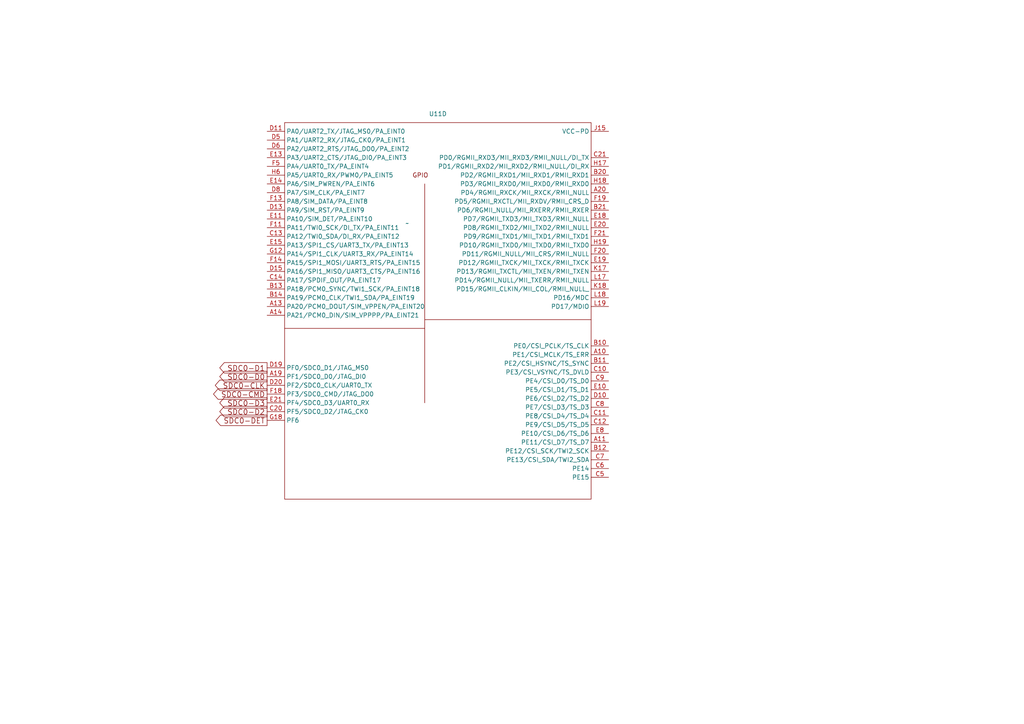
<source format=kicad_sch>
(kicad_sch (version 20230121) (generator eeschema)
  (paper "A4")
  (lib_symbols
    (symbol "WiRoc:AllwinnerH3"
      (property "Reference" "U" (at 27.94 19.05 0))
      (symbol "AllwinnerH3_1_1"
        (rectangle (start -8.89 38.1) (end 11.43 -93.98))
        (text "DRAM" (at 1.27 35.56 0) (effects (font (size 1.27 1.27))))
        (pin bidirectional line (at -13.97 -27.94 0) (length 5.08) (name "SDQ25") (number "AA11"))
        (pin bidirectional line (at -13.97 -76.2 0) (length 5.08) (name "SDQM3") (number "AA12"))
        (pin bidirectional line (at -13.97 -17.78 0) (length 5.08) (name "SDQ21") (number "AA14"))
        (pin bidirectional line (at -13.97 -57.15 0) (length 5.08) (name "SDQS2") (number "AA15"))
        (pin bidirectional line (at -13.97 -7.62 0) (length 5.08) (name "SDQ17") (number "AA17"))
        (pin bidirectional line (at -13.97 -73.66 0) (length 5.08) (name "SDQM2") (number "AA18"))
        (pin output line (at 16.51 -53.34 180) (length 5.08) (name "SCK") (number "AA19"))
        (pin output line (at 16.51 -55.88 180) (length 5.08) (name "SCKB") (number "AA20"))
        (pin output line (at 16.51 -30.48 180) (length 5.08) (name "SCKE0") (number "AA21"))
        (pin bidirectional line (at -13.97 -38.1 0) (length 5.08) (name "SDQ29") (number "AA8"))
        (pin bidirectional line (at -13.97 -62.23 0) (length 5.08) (name "SDQS3") (number "AA9"))
        (pin bidirectional line (at -13.97 -71.12 0) (length 5.08) (name "SDQM1") (number "G20"))
        (pin bidirectional line (at -13.97 12.7 0) (length 5.08) (name "SDQ9") (number "H20"))
        (pin bidirectional line (at -13.97 10.16 0) (length 5.08) (name "SDQ10") (number "H21"))
        (pin bidirectional line (at -13.97 15.24 0) (length 5.08) (name "SDQ8") (number "J19"))
        (pin bidirectional line (at -13.97 -54.61 0) (length 5.08) (name "SDQSB1") (number "J20"))
        (pin bidirectional line (at -13.97 7.62 0) (length 5.08) (name "SDQ11") (number "J21"))
        (pin bidirectional line (at -13.97 -52.07 0) (length 5.08) (name "SDQS1") (number "K20"))
        (pin power_in line (at 16.51 -66.04 180) (length 5.08) (name "VCC_DRAM0") (number "L16"))
        (pin bidirectional line (at -13.97 5.08 0) (length 5.08) (name "SDQ12") (number "L20"))
        (pin bidirectional line (at -13.97 2.54 0) (length 5.08) (name "SDQ13") (number "L21"))
        (pin power_in line (at 16.51 -68.58 180) (length 5.08) (name "VCC_DRAM1") (number "M16"))
        (pin bidirectional line (at -13.97 -2.54 0) (length 5.08) (name "SDQ15") (number "M19"))
        (pin bidirectional line (at -13.97 -68.58 0) (length 5.08) (name "SDQM0") (number "M20"))
        (pin bidirectional line (at -13.97 0 0) (length 5.08) (name "SDQ14") (number "M21"))
        (pin power_in line (at 16.51 -71.12 180) (length 5.08) (name "VCC_DRAM2") (number "N16"))
        (pin output line (at 16.51 0 180) (length 5.08) (name "SA14") (number "N17"))
        (pin output line (at 16.51 7.62 180) (length 5.08) (name "SA11") (number "N19"))
        (pin bidirectional line (at -13.97 35.56 0) (length 5.08) (name "SDQ0") (number "N20"))
        (pin power_in line (at 16.51 -73.66 180) (length 5.08) (name "VCC_DRAM3") (number "P16"))
        (pin power_in line (at 16.51 -76.2 180) (length 5.08) (name "VCC_DRAM4") (number "P17"))
        (pin output line (at 16.51 10.16 180) (length 5.08) (name "SA10") (number "P19"))
        (pin bidirectional line (at -13.97 30.48 0) (length 5.08) (name "SDQ2") (number "P20"))
        (pin bidirectional line (at -13.97 33.02 0) (length 5.08) (name "SDQ1") (number "P21"))
        (pin power_in line (at 16.51 -78.74 180) (length 5.08) (name "VCC_DRAM5") (number "R16"))
        (pin output line (at 16.51 -2.54 180) (length 5.08) (name "SA15") (number "R17"))
        (pin output line (at 16.51 5.08 180) (length 5.08) (name "SA12") (number "R18"))
        (pin bidirectional line (at -13.97 25.4 0) (length 5.08) (name "SDQ4") (number "R19"))
        (pin bidirectional line (at -13.97 -46.99 0) (length 5.08) (name "SDQS0") (number "R20"))
        (pin bidirectional line (at -13.97 -49.53 0) (length 5.08) (name "SDQSB0") (number "R21"))
        (pin power_in line (at 16.51 -81.28 180) (length 5.08) (name "VCC_DRAM6") (number "T12"))
        (pin power_in line (at 16.51 -83.82 180) (length 5.08) (name "VCC_DRAM7") (number "T13"))
        (pin power_in line (at 16.51 -86.36 180) (length 5.08) (name "VCC_DRAM8") (number "T14"))
        (pin power_in line (at 16.51 -88.9 180) (length 5.08) (name "VCC_DRAM9") (number "T15"))
        (pin output line (at 16.51 -59.69 180) (length 5.08) (name "SVREF") (number "T16"))
        (pin output line (at 16.51 35.56 180) (length 5.08) (name "SA0") (number "T17"))
        (pin output line (at 16.51 -10.16 180) (length 5.08) (name "SBA1") (number "T18"))
        (pin bidirectional line (at -13.97 22.86 0) (length 5.08) (name "SDQ5") (number "T20"))
        (pin power_in line (at 16.51 -91.44 180) (length 5.08) (name "VCC_DRAM10") (number "U11"))
        (pin output line (at 16.51 -20.32 180) (length 5.08) (name "SCAS") (number "U15"))
        (pin output line (at 16.51 -25.4 180) (length 5.08) (name "SRST") (number "U16"))
        (pin output line (at 16.51 33.02 180) (length 5.08) (name "SA1") (number "U18"))
        (pin bidirectional line (at -13.97 20.32 0) (length 5.08) (name "SDQ6") (number "U19"))
        (pin bidirectional line (at -13.97 17.78 0) (length 5.08) (name "SDQ7") (number "U20"))
        (pin bidirectional line (at -13.97 27.94 0) (length 5.08) (name "SDQ3") (number "U21"))
        (pin bidirectional line (at -13.97 -80.01 0) (length 5.08) (name "SZQ") (number "V10"))
        (pin output line (at 16.51 -48.26 180) (length 5.08) (name "SODT1") (number "V11"))
        (pin output line (at 16.51 2.54 180) (length 5.08) (name "SA13") (number "V12"))
        (pin output line (at 16.51 -17.78 180) (length 5.08) (name "SRAS") (number "V13"))
        (pin output line (at 16.51 17.78 180) (length 5.08) (name "SA7") (number "V15"))
        (pin output line (at 16.51 -12.7 180) (length 5.08) (name "SBA2") (number "V17"))
        (pin output line (at 16.51 30.48 180) (length 5.08) (name "SA2") (number "V19"))
        (pin output line (at 16.51 27.94 180) (length 5.08) (name "SA3") (number "V20"))
        (pin output line (at 16.51 25.4 180) (length 5.08) (name "SA4") (number "V21"))
        (pin output line (at 16.51 -45.72 180) (length 5.08) (name "SODT0") (number "W11"))
        (pin bidirectional line (at -13.97 -25.4 0) (length 5.08) (name "SDQ24") (number "W12"))
        (pin output line (at 16.51 -22.86 180) (length 5.08) (name "SWE") (number "W13"))
        (pin bidirectional line (at -13.97 -12.7 0) (length 5.08) (name "SDQ19") (number "W15"))
        (pin output line (at 16.51 -7.62 180) (length 5.08) (name "SBA0") (number "W17"))
        (pin output line (at 16.51 15.24 180) (length 5.08) (name "SA8") (number "W18"))
        (pin output line (at 16.51 -38.1 180) (length 5.08) (name "SCS0") (number "W20"))
        (pin output line (at 16.51 -40.64 180) (length 5.08) (name "SCS1") (number "W21"))
        (pin bidirectional line (at -13.97 -35.56 0) (length 5.08) (name "SDQ28") (number "W9"))
        (pin bidirectional line (at -13.97 -33.02 0) (length 5.08) (name "SDQ27") (number "Y10"))
        (pin bidirectional line (at -13.97 -30.48 0) (length 5.08) (name "SDQ26") (number "Y11"))
        (pin bidirectional line (at -13.97 -22.86 0) (length 5.08) (name "SDQ23") (number "Y12"))
        (pin bidirectional line (at -13.97 -20.32 0) (length 5.08) (name "SDQ22") (number "Y13"))
        (pin bidirectional line (at -13.97 -15.24 0) (length 5.08) (name "SDQ20") (number "Y14"))
        (pin bidirectional line (at -13.97 -59.69 0) (length 5.08) (name "SDQSB2") (number "Y15"))
        (pin bidirectional line (at -13.97 -10.16 0) (length 5.08) (name "SDQ18") (number "Y16"))
        (pin bidirectional line (at -13.97 -5.08 0) (length 5.08) (name "SDQ16") (number "Y17"))
        (pin output line (at 16.51 12.7 180) (length 5.08) (name "SA9") (number "Y18"))
        (pin output line (at 16.51 22.86 180) (length 5.08) (name "SA5") (number "Y19"))
        (pin output line (at 16.51 20.32 180) (length 5.08) (name "SA6") (number "Y20"))
        (pin output line (at 16.51 -33.02 180) (length 5.08) (name "SCKE1") (number "Y21"))
        (pin bidirectional line (at -13.97 -43.18 0) (length 5.08) (name "SDQ31") (number "Y7"))
        (pin bidirectional line (at -13.97 -40.64 0) (length 5.08) (name "SDQ30") (number "Y8"))
        (pin bidirectional line (at -13.97 -64.77 0) (length 5.08) (name "SDQSB3") (number "Y9"))
      )
      (symbol "AllwinnerH3_2_1"
        (rectangle (start -22.86 26.67) (end 6.35 -24.13))
        (text "NAND" (at -17.78 24.13 0) (effects (font (size 1.27 1.27))))
        (pin bidirectional line (at 11.43 2.54 180) (length 5.08) (name "PC7/NAND_RB1") (number "A16"))
        (pin bidirectional line (at 11.43 7.62 180) (length 5.08) (name "PC5/NAND_RE/SDC2_CLK") (number "A17"))
        (pin bidirectional line (at 11.43 12.7 180) (length 5.08) (name "PC3/NAND_CE1/SPI0_CS") (number "B15"))
        (pin bidirectional line (at 11.43 15.24 180) (length 5.08) (name "PC2/NAND_CLE/SPI0_CLK") (number "B16"))
        (pin bidirectional line (at 11.43 -10.16 180) (length 5.08) (name "PC12/NAND_DQ4/SDC2_D4") (number "B17"))
        (pin bidirectional line (at 11.43 0 180) (length 5.08) (name "PC8/NAND_DQ0/SDC2_D0") (number "B18"))
        (pin bidirectional line (at 11.43 -12.7 180) (length 5.08) (name "PC13/NAND_DQ5/SDC2_D5") (number "B19"))
        (pin bidirectional line (at 11.43 20.32 180) (length 5.08) (name "PC0/NAND_WE/SPI0_MOSI") (number "C15"))
        (pin bidirectional line (at 11.43 17.78 180) (length 5.08) (name "PC1/NAND_ALE/SPI0_MISO") (number "C16"))
        (pin bidirectional line (at 11.43 -2.54 180) (length 5.08) (name "PC9/NAND_DQ1/SDC2_D1") (number "C17"))
        (pin bidirectional line (at 11.43 -7.62 180) (length 5.08) (name "PC11/NAND_DQ3/SDC2_D3") (number "C18"))
        (pin bidirectional line (at 11.43 -17.78 180) (length 5.08) (name "PC15/NAND_DQ7/SDC2_D7") (number "C19"))
        (pin bidirectional line (at 11.43 -5.08 180) (length 5.08) (name "PC10/NAND_DQ2/SDC2_D2") (number "D17"))
        (pin bidirectional line (at 11.43 5.08 180) (length 5.08) (name "PC6/NAND_RB0/SDC2_CMD") (number "E16"))
        (pin bidirectional line (at 11.43 10.16 180) (length 5.08) (name "PC4/NAND_CE0") (number "F16"))
        (pin bidirectional line (at 11.43 -15.24 180) (length 5.08) (name "PC14/NAND_DQ6/SDC2_D6") (number "F17"))
        (pin bidirectional line (at 11.43 -20.32 180) (length 5.08) (name "PC16/NAND_DQS/SDC2_RST") (number "H16"))
      )
      (symbol "AllwinnerH3_3_1"
        (rectangle (start -21.59 27.94) (end 7.62 -17.78))
        (text "SDC1\n" (at -17.78 25.4 0) (effects (font (size 1.27 1.27))))
        (pin bidirectional line (at 12.7 -13.97 180) (length 5.08) (name "PG0/SDC1_CLK/PG_EINT0") (number "B1"))
        (pin bidirectional line (at 12.7 6.35 180) (length 5.08) (name "PG5/SDC1_D3/PG_EINT5") (number "C1"))
        (pin bidirectional line (at 12.7 8.89 180) (length 5.08) (name "PG4/SDC1_D2/PG_EINT4") (number "C2"))
        (pin bidirectional line (at 12.7 -1.27 180) (length 5.08) (name "PG8/UART1_RTS/PG_EINT8") (number "C3"))
        (pin bidirectional line (at 12.7 -11.43 180) (length 5.08) (name "PG12/PCM1_DOUTPG_EINT12") (number "D1"))
        (pin bidirectional line (at 12.7 -8.89 180) (length 5.08) (name "PG11/PCM1_CLK/PG_EINT11") (number "D2"))
        (pin bidirectional line (at 12.7 1.27 180) (length 5.08) (name "PG7/UART1_RX/PG_EINT7") (number "D3"))
        (pin bidirectional line (at 12.7 -3.81 180) (length 5.08) (name "PG9/UART1_CTS/PG_EINT9") (number "E3"))
        (pin bidirectional line (at 12.7 11.43 180) (length 5.08) (name "PG3/SDC1_D1/PG_EINT3") (number "F3"))
        (pin bidirectional line (at 12.7 3.81 180) (length 5.08) (name "PG6/UART1_TX/PG_EINT6") (number "G4"))
        (pin bidirectional line (at 12.7 13.97 180) (length 5.08) (name "PG2/SDC1_D0/PG_EINT2") (number "H4"))
        (pin power_in line (at 12.7 25.4 180) (length 5.08) (name "VCC_PG") (number "H7"))
        (pin bidirectional line (at 12.7 19.05 180) (length 5.08) (name "PG0/SDC1_CLK/PG_EINT0") (number "J3"))
        (pin bidirectional line (at 12.7 16.51 180) (length 5.08) (name "PG1/SDC1_CMD/PG_EINT1") (number "L2"))
        (pin bidirectional line (at 12.7 -6.35 180) (length 5.08) (name "PG10/PCM1_SYNC/PG_EINT10") (number "M3"))
      )
      (symbol "AllwinnerH3_4_1"
        (rectangle (start -26.67 26.67) (end 62.23 -82.55))
        (polyline (pts (xy 13.97 -30.48) (xy 62.23 -30.48)))
        (polyline (pts (xy 13.97 -33.02) (xy -26.67 -33.02) (xy -22.86 -33.02)))
        (polyline (pts (xy 13.97 8.89) (xy 13.97 -54.61) (xy 13.97 -27.94)))
        (text "GPIO" (at 12.7 11.43 0) (effects (font (size 1.27 1.27))))
        (pin bidirectional line (at 67.31 -40.64 180) (length 5.08) (name "PE1/CSI_MCLK/TS_ERR") (number "A10"))
        (pin bidirectional line (at 67.31 -66.04 180) (length 5.08) (name "PE11/CSI_D7/TS_D7") (number "A11"))
        (pin bidirectional line (at -31.75 -26.67 0) (length 5.08) (name "PA20/PCM0_DOUT/SIM_VPPEN/PA_EINT20") (number "A13"))
        (pin bidirectional line (at -31.75 -29.21 0) (length 5.08) (name "PA21/PCM0_DIN/SIM_VPPPP/PA_EINT21") (number "A14"))
        (pin bidirectional line (at -31.75 -46.99 0) (length 5.08) (name "PF1/SDC0_D0/JTAG_DI0") (number "A19"))
        (pin bidirectional line (at 67.31 6.35 180) (length 5.08) (name "PD4/RGMII_RXCK/MII_RXCK/RMII_NULL") (number "A20"))
        (pin bidirectional line (at 67.31 -38.1 180) (length 5.08) (name "PE0/CSI_PCLK/TS_CLK") (number "B10"))
        (pin bidirectional line (at 67.31 -43.18 180) (length 5.08) (name "PE2/CSI_HSYNC/TS_SYNC") (number "B11"))
        (pin bidirectional line (at 67.31 -68.58 180) (length 5.08) (name "PE12/CSI_SCK/TWI2_SCK") (number "B12"))
        (pin bidirectional line (at -31.75 -21.59 0) (length 5.08) (name "PA18/PCM0_SYNC/TWI1_SCK/PA_EINT18") (number "B13"))
        (pin bidirectional line (at -31.75 -24.13 0) (length 5.08) (name "PA19/PCM0_CLK/TWI1_SDA/PA_EINT19") (number "B14"))
        (pin bidirectional line (at 67.31 11.43 180) (length 5.08) (name "PD2/RGMII_RXD1/MII_RXD1/RMII_RXD1") (number "B20"))
        (pin bidirectional line (at 67.31 1.27 180) (length 5.08) (name "PD6/RGMII_NULL/MII_RXERR/RMII_RXER") (number "B21"))
        (pin bidirectional line (at 67.31 -45.72 180) (length 5.08) (name "PE3/CSI_VSYNC/TS_DVLD") (number "C10"))
        (pin bidirectional line (at 67.31 -58.42 180) (length 5.08) (name "PE8/CSI_D4/TS_D4") (number "C11"))
        (pin bidirectional line (at 67.31 -60.96 180) (length 5.08) (name "PE9/CSI_D5/TS_D5") (number "C12"))
        (pin bidirectional line (at -31.75 -6.35 0) (length 5.08) (name "PA12/TWI0_SDA/DI_RX/PA_EINT12") (number "C13"))
        (pin bidirectional line (at -31.75 -19.05 0) (length 5.08) (name "PA17/SPDIF_OUT/PA_EINT17") (number "C14"))
        (pin bidirectional line (at -31.75 -57.15 0) (length 5.08) (name "PF5/SDC0_D2/JTAG_CK0") (number "C20"))
        (pin bidirectional line (at 67.31 16.51 180) (length 5.08) (name "PD0/RGMII_RXD3/MII_RXD3/RMII_NULL/DI_TX") (number "C21"))
        (pin bidirectional line (at 67.31 -76.2 180) (length 5.08) (name "PE15") (number "C5"))
        (pin bidirectional line (at 67.31 -73.66 180) (length 5.08) (name "PE14") (number "C6"))
        (pin bidirectional line (at 67.31 -71.12 180) (length 5.08) (name "PE13/CSI_SDA/TWI2_SDA") (number "C7"))
        (pin bidirectional line (at 67.31 -55.88 180) (length 5.08) (name "PE7/CSI_D3/TS_D3") (number "C8"))
        (pin bidirectional line (at 67.31 -48.26 180) (length 5.08) (name "PE4/CSI_D0/TS_D0") (number "C9"))
        (pin bidirectional line (at 67.31 -53.34 180) (length 5.08) (name "PE6/CSI_D2/TS_D2") (number "D10"))
        (pin bidirectional line (at -31.75 24.13 0) (length 5.08) (name "PA0/UART2_TX/JTAG_MS0/PA_EINT0") (number "D11"))
        (pin bidirectional line (at -31.75 1.27 0) (length 5.08) (name "PA9/SIM_RST/PA_EINT9") (number "D13"))
        (pin bidirectional line (at -31.75 -16.51 0) (length 5.08) (name "PA16/SPI1_MISO/UART3_CTS/PA_EINT16") (number "D15"))
        (pin bidirectional line (at -31.75 -44.45 0) (length 5.08) (name "PF0/SDC0_D1/JTAG_MS0") (number "D19"))
        (pin bidirectional line (at -31.75 -49.53 0) (length 5.08) (name "PF2/SDC0_CLK/UART0_TX") (number "D20"))
        (pin bidirectional line (at -31.75 21.59 0) (length 5.08) (name "PA1/UART2_RX/JTAG_CK0/PA_EINT1") (number "D5"))
        (pin bidirectional line (at -31.75 19.05 0) (length 5.08) (name "PA2/UART2_RTS/JTAG_DO0/PA_EINT2") (number "D6"))
        (pin bidirectional line (at -31.75 6.35 0) (length 5.08) (name "PA7/SIM_CLK/PA_EINT7") (number "D8"))
        (pin bidirectional line (at 67.31 -50.8 180) (length 5.08) (name "PE5/CSI_D1/TS_D1") (number "E10"))
        (pin bidirectional line (at -31.75 -1.27 0) (length 5.08) (name "PA10/SIM_DET/PA_EINT10") (number "E11"))
        (pin bidirectional line (at -31.75 16.51 0) (length 5.08) (name "PA3/UART2_CTS/JTAG_DI0/PA_EINT3") (number "E13"))
        (pin bidirectional line (at -31.75 8.89 0) (length 5.08) (name "PA6/SIM_PWREN/PA_EINT6") (number "E14"))
        (pin bidirectional line (at -31.75 -8.89 0) (length 5.08) (name "PA13/SPI1_CS/UART3_TX/PA_EINT13") (number "E15"))
        (pin bidirectional line (at 67.31 -1.27 180) (length 5.08) (name "PD7/RGMII_TXD3/MII_TXD3/RMII_NULL") (number "E18"))
        (pin bidirectional line (at 67.31 -13.97 180) (length 5.08) (name "PD12/RGMII_TXCK/MII_TXCK/RMII_TXCK") (number "E19"))
        (pin bidirectional line (at 67.31 -3.81 180) (length 5.08) (name "PD8/RGMII_TXD2/MII_TXD2/RMII_NULL") (number "E20"))
        (pin bidirectional line (at -31.75 -54.61 0) (length 5.08) (name "PF4/SDC0_D3/UART0_RX") (number "E21"))
        (pin bidirectional line (at 67.31 -63.5 180) (length 5.08) (name "PE10/CSI_D6/TS_D6") (number "E8"))
        (pin bidirectional line (at -31.75 -3.81 0) (length 5.08) (name "PA11/TWI0_SCK/DI_TX/PA_EINT11") (number "F11"))
        (pin bidirectional line (at -31.75 3.81 0) (length 5.08) (name "PA8/SIM_DATA/PA_EINT8") (number "F13"))
        (pin bidirectional line (at -31.75 -13.97 0) (length 5.08) (name "PA15/SPI1_MOSI/UART3_RTS/PA_EINT15") (number "F14"))
        (pin bidirectional line (at -31.75 -52.07 0) (length 5.08) (name "PF3/SDC0_CMD/JTAG_DO0") (number "F18"))
        (pin bidirectional line (at 67.31 3.81 180) (length 5.08) (name "PD5/RGMII_RXCTL/MII_RXDV/RMII_CRS_D") (number "F19"))
        (pin bidirectional line (at 67.31 -11.43 180) (length 5.08) (name "PD11/RGMII_NULL/MII_CRS/RMII_NULL") (number "F20"))
        (pin bidirectional line (at 67.31 -6.35 180) (length 5.08) (name "PD9/RGMII_TXD1/MII_TXD1/RMII_TXD1") (number "F21"))
        (pin bidirectional line (at -31.75 13.97 0) (length 5.08) (name "PA4/UART0_TX/PA_EINT4") (number "F5"))
        (pin bidirectional line (at -31.75 -11.43 0) (length 5.08) (name "PA14/SPI1_CLK/UART3_RX/PA_EINT14") (number "G12"))
        (pin bidirectional line (at -31.75 -59.69 0) (length 5.08) (name "PF6") (number "G18"))
        (pin bidirectional line (at 67.31 13.97 180) (length 5.08) (name "PD1/RGMII_RXD2/MII_RXD2/RMII_NULL/DI_RX") (number "H17"))
        (pin bidirectional line (at 67.31 8.89 180) (length 5.08) (name "PD3/RGMII_RXD0/MII_RXD0/RMII_RXD0") (number "H18"))
        (pin bidirectional line (at 67.31 -8.89 180) (length 5.08) (name "PD10/RGMII_TXD0/MII_TXD0/RMII_TXD0") (number "H19"))
        (pin bidirectional line (at -31.75 11.43 0) (length 5.08) (name "PA5/UART0_RX/PWM0/PA_EINT5") (number "H6"))
        (pin power_in line (at 67.31 24.13 180) (length 5.08) (name "VCC-PD") (number "J15"))
        (pin bidirectional line (at 67.31 -16.51 180) (length 5.08) (name "PD13/RGMII_TXCTL/MII_TXEN/RMII_TXEN") (number "K17"))
        (pin bidirectional line (at 67.31 -21.59 180) (length 5.08) (name "PD15/RGMII_CLKIN/MII_COL/RMII_NULL_") (number "K18"))
        (pin bidirectional line (at 67.31 -19.05 180) (length 5.08) (name "PD14/RGMII_NULL/MII_TXERR/RMII_NULL") (number "L17"))
        (pin bidirectional line (at 67.31 -24.13 180) (length 5.08) (name "PD16/MDC") (number "L18"))
        (pin bidirectional line (at 67.31 -26.67 180) (length 5.08) (name "PD17/MDIO") (number "L19"))
      )
      (symbol "AllwinnerH3_5_1"
        (rectangle (start -17.78 17.78) (end 25.4 -17.78))
        (text "CPUS" (at -13.97 12.7 0) (effects (font (size 1.27 1.27))))
        (pin bidirectional line (at 30.48 11.43 180) (length 5.08) (name "PL1/S_TWI_SDA/S_PL_EINT1") (number "M1"))
        (pin bidirectional line (at 30.48 -8.89 180) (length 5.08) (name "PL9/S_PL_EINT9") (number "M6"))
        (pin bidirectional line (at 30.48 13.97 180) (length 5.08) (name "PL0/S_TWI_SCK/S_PL_EINT0") (number "N1"))
        (pin bidirectional line (at 30.48 3.81 180) (length 5.08) (name "PL4/S_JTAG_MS/S_PL_EINT4") (number "N2"))
        (pin bidirectional line (at 30.48 8.89 180) (length 5.08) (name "PL2/S_UART_TX/S_PL_EINT2") (number "P2"))
        (pin bidirectional line (at 30.48 6.35 180) (length 5.08) (name "PL3/S_UART_RX/S_PL_EINT3") (number "R1"))
        (pin bidirectional line (at 30.48 1.27 180) (length 5.08) (name "PL5/S_JTAG_CK/S_PL_EINT5") (number "R2"))
        (pin bidirectional line (at 30.48 -6.35 180) (length 5.08) (name "PL8/S_PL_EINT8") (number "T2"))
        (pin bidirectional line (at 30.48 -3.81 180) (length 5.08) (name "PL7/S_JTAG_SI/S_PL_EINT7") (number "T3"))
        (pin bidirectional line (at 30.48 -1.27 180) (length 5.08) (name "PL6/S_JTAG_DO/S_PL_EINT6") (number "T4"))
        (pin bidirectional line (at 30.48 -13.97 180) (length 5.08) (name "PL11/S_CIR_RX/S_PL_EINT11") (number "U2"))
        (pin bidirectional line (at 30.48 -11.43 180) (length 5.08) (name "PL10/S_PWM/S_PL_EINT10") (number "V2"))
      )
      (symbol "AllwinnerH3_6_1"
        (rectangle (start -16.51 19.05) (end 21.59 -49.53))
        (polyline (pts (xy -16.51 -19.05) (xy 1.27 -19.05)))
        (polyline (pts (xy 1.27 -26.67) (xy 21.59 -26.67)))
        (polyline (pts (xy 1.27 19.05) (xy 1.27 -49.53)))
        (text "AUDIO\nCODEC" (at -2.54 3.81 0) (effects (font (size 1.27 1.27))))
        (text "EPHY" (at -3.81 -48.26 0) (effects (font (size 1.27 1.27))))
        (text "HDMI" (at 5.08 16.51 0) (effects (font (size 1.27 1.27))))
        (text "TVOUT" (at 5.08 -30.48 0) (effects (font (size 1.27 1.27))))
        (pin bidirectional line (at -21.59 -35.56 0) (length 5.08) (name "EPHY_LINK_LED") (number "A2"))
        (pin bidirectional line (at -21.59 -30.48 0) (length 5.08) (name "EPHY_TXN") (number "A3"))
        (pin bidirectional line (at -21.59 -25.4 0) (length 5.08) (name "EPHY_RXN") (number "A4"))
        (pin bidirectional line (at -21.59 6.35 0) (length 5.08) (name "MICIN2N") (number "AA2"))
        (pin bidirectional line (at -21.59 1.27 0) (length 5.08) (name "LINEOUTL") (number "AA3"))
        (pin bidirectional line (at -21.59 -27.94 0) (length 5.08) (name "EPHY_TXP") (number "B3"))
        (pin bidirectional line (at -21.59 -22.86 0) (length 5.08) (name "EPHY_RXP") (number "B4"))
        (pin bidirectional line (at 26.67 -8.89 180) (length 5.08) (name "HTXCN") (number "E2"))
        (pin bidirectional line (at 26.67 6.35 180) (length 5.08) (name "HTX0N") (number "F1"))
        (pin bidirectional line (at 26.67 -39.37 180) (length 5.08) (name "TVOUT") (number "F10"))
        (pin bidirectional line (at 26.67 -6.35 180) (length 5.08) (name "HTXCP") (number "F2"))
        (pin bidirectional line (at -21.59 -33.02 0) (length 5.08) (name "EPHY_RTX") (number "F6"))
        (pin bidirectional line (at -21.59 -38.1 0) (length 5.08) (name "EPHY_SPD_LED") (number "F7"))
        (pin bidirectional line (at -21.59 -40.64 0) (length 5.08) (name "EPHY_VDD") (number "F8"))
        (pin bidirectional line (at 26.67 8.89 180) (length 5.08) (name "HTX0P") (number "G1"))
        (pin bidirectional line (at 26.67 1.27 180) (length 5.08) (name "HTX1N") (number "G2"))
        (pin bidirectional line (at 26.67 -13.97 180) (length 5.08) (name "HCEC") (number "G5"))
        (pin bidirectional line (at -21.59 -43.18 0) (length 5.08) (name "EPHY_VCC") (number "G7"))
        (pin bidirectional line (at 26.67 -41.91 180) (length 5.08) (name "V33_TV") (number "G9"))
        (pin bidirectional line (at 26.67 3.81 180) (length 5.08) (name "HTX1P") (number "H2"))
        (pin bidirectional line (at 26.67 -19.05 180) (length 5.08) (name "HSCL") (number "H3"))
        (pin bidirectional line (at 26.67 -44.45 180) (length 5.08) (name "GND_TV") (number "H8"))
        (pin bidirectional line (at 26.67 -1.27 180) (length 5.08) (name "HTX2P") (number "J1"))
        (pin bidirectional line (at 26.67 -3.81 180) (length 5.08) (name "HTX2N") (number "J2"))
        (pin power_in line (at 26.67 16.51 180) (length 5.08) (name "HVCC") (number "J6"))
        (pin bidirectional line (at 26.67 -16.51 180) (length 5.08) (name "HSDA") (number "K3"))
        (pin bidirectional line (at 26.67 -11.43 180) (length 5.08) (name "HHPD") (number "M2"))
        (pin power_in line (at 26.67 13.97 180) (length 5.08) (name "HGND") (number "M5"))
        (pin bidirectional line (at -21.59 -16.51 0) (length 5.08) (name "AGND") (number "U3"))
        (pin bidirectional line (at -21.59 -11.43 0) (length 5.08) (name "LINEINL") (number "V1"))
        (pin bidirectional line (at -21.59 -6.35 0) (length 5.08) (name "AVCC") (number "V3"))
        (pin bidirectional line (at -21.59 -8.89 0) (length 5.08) (name "VRP") (number "V4"))
        (pin bidirectional line (at -21.59 -13.97 0) (length 5.08) (name "LINEINR") (number "W1"))
        (pin bidirectional line (at -21.59 13.97 0) (length 5.08) (name "MICIN1P") (number "W2"))
        (pin bidirectional line (at -21.59 16.51 0) (length 5.08) (name "MBIAS") (number "W3"))
        (pin bidirectional line (at -21.59 -3.81 0) (length 5.08) (name "VRA2") (number "W5"))
        (pin bidirectional line (at -21.59 11.43 0) (length 5.08) (name "MICIN1N") (number "Y1"))
        (pin bidirectional line (at -21.59 8.89 0) (length 5.08) (name "MICIN2P") (number "Y2"))
        (pin bidirectional line (at -21.59 3.81 0) (length 5.08) (name "LINEOUTR") (number "Y3"))
        (pin bidirectional line (at -21.59 -1.27 0) (length 5.08) (name "VRA1") (number "Y4"))
      )
      (symbol "AllwinnerH3_7_1"
        (polyline (pts (xy 27.94 17.78) (xy 27.94 -48.26)))
        (rectangle (start 10.16 17.78) (end 49.53 -48.26))
        (text "SYS" (at 31.75 13.97 0) (effects (font (size 1.27 1.27))))
        (text "USB" (at 13.97 13.97 0) (effects (font (size 1.27 1.27))))
        (pin bidirectional line (at 54.61 11.43 180) (length 5.08) (name "JTAG_SEL0") (number "A1"))
        (pin bidirectional line (at 5.08 -7.62 0) (length 5.08) (name "USB_DP0") (number "A5"))
        (pin bidirectional line (at 5.08 -26.67 0) (length 5.08) (name "USB_DP2") (number "A7"))
        (pin bidirectional line (at 5.08 -24.13 0) (length 5.08) (name "USB_DM2") (number "A8"))
        (pin bidirectional line (at 54.61 -5.08 180) (length 5.08) (name "KEYADC") (number "AA5"))
        (pin bidirectional line (at 54.61 3.81 180) (length 5.08) (name "NMI") (number "AA6"))
        (pin bidirectional line (at 54.61 8.89 180) (length 5.08) (name "JTAG_SEL") (number "B2"))
        (pin bidirectional line (at 5.08 -5.08 0) (length 5.08) (name "USB_DM0") (number "B5"))
        (pin bidirectional line (at 5.08 -16.51 0) (length 5.08) (name "USB_DP1") (number "B6"))
        (pin bidirectional line (at 5.08 -13.97 0) (length 5.08) (name "USB_DM1") (number "B7"))
        (pin bidirectional line (at 5.08 -36.83 0) (length 5.08) (name "USB_DP3") (number "B8"))
        (pin bidirectional line (at 5.08 -34.29 0) (length 5.08) (name "USB_DM3") (number "B9"))
        (pin bidirectional line (at 54.61 -10.16 180) (length 5.08) (name "VDD_EFUSE") (number "G10"))
        (pin bidirectional line (at 5.08 5.08 0) (length 5.08) (name "VCC-USB") (number "G11"))
        (pin bidirectional line (at 54.61 -12.7 180) (length 5.08) (name "VDD_EFUSEBP") (number "H11"))
        (pin bidirectional line (at 54.61 -22.86 180) (length 5.08) (name "X24MOUT") (number "K1"))
        (pin bidirectional line (at 54.61 -25.4 180) (length 5.08) (name "X24MIN") (number "K2"))
        (pin bidirectional line (at 54.61 -20.32 180) (length 5.08) (name "X24MFOUT") (number "K4"))
        (pin bidirectional line (at 54.61 -31.75 180) (length 5.08) (name "VCC_RTC") (number "K6"))
        (pin bidirectional line (at 54.61 -15.24 180) (length 5.08) (name "PLLTEST") (number "L5"))
        (pin bidirectional line (at 54.61 -34.29 180) (length 5.08) (name "RTC_VIO") (number "M4"))
        (pin bidirectional line (at 54.61 -17.78 180) (length 5.08) (name "VCC_PLL") (number "N3"))
        (pin bidirectional line (at 54.61 -39.37 180) (length 5.08) (name "X32KFOUT") (number "P3"))
        (pin bidirectional line (at 54.61 6.35 180) (length 5.08) (name "TEST") (number "T5"))
        (pin bidirectional line (at 54.61 -41.91 180) (length 5.08) (name "X32KOUT") (number "U4"))
        (pin bidirectional line (at 54.61 -44.45 180) (length 5.08) (name "X32KIN") (number "V5"))
        (pin bidirectional line (at 54.61 1.27 180) (length 5.08) (name "RESET") (number "V6"))
        (pin bidirectional line (at 54.61 13.97 180) (length 5.08) (name "UBOOT") (number "W6"))
      )
      (symbol "AllwinnerH3_8_1"
        (rectangle (start 26.67 17.78) (end 59.69 -40.64))
        (text "POWER" (at 41.91 15.24 0) (effects (font (size 1.27 1.27))))
        (pin power_in line (at 64.77 -24.13 180) (length 5.08) (name "VDD_SYS0") (number "G13"))
        (pin power_in line (at 64.77 -26.67 180) (length 5.08) (name "VDD_SYS1") (number "G14"))
        (pin power_in line (at 64.77 -29.21 180) (length 5.08) (name "VDD_SYS2") (number "G15"))
        (pin power_in line (at 64.77 13.97 180) (length 5.08) (name "VDD_SYS0") (number "H10"))
        (pin power_in line (at 64.77 -31.75 180) (length 5.08) (name "VDD_SYS3") (number "H13"))
        (pin power_in line (at 64.77 -34.29 180) (length 5.08) (name "VDD_SYS4") (number "H14"))
        (pin power_in line (at 64.77 8.89 180) (length 5.08) (name "VDD_SYS2") (number "J10"))
        (pin power_in line (at 64.77 6.35 180) (length 5.08) (name "VDD_SYS3") (number "J11"))
        (pin power_in line (at 64.77 3.81 180) (length 5.08) (name "VDD_SYS4") (number "J12"))
        (pin power_in line (at 64.77 -36.83 180) (length 5.08) (name "VDD_SYS5") (number "J14"))
        (pin power_in line (at 21.59 -34.29 0) (length 5.08) (name "VDD_CPUS0") (number "J7"))
        (pin power_in line (at 21.59 -36.83 0) (length 5.08) (name "VDD_CPUS1") (number "J8"))
        (pin power_in line (at 64.77 1.27 180) (length 5.08) (name "VDD_SYS5") (number "K10"))
        (pin power_in line (at 64.77 -1.27 180) (length 5.08) (name "VDD_SYS6") (number "K11"))
        (pin power_in line (at 64.77 -3.81 180) (length 5.08) (name "VDD_SYS7") (number "K12"))
        (pin power_in line (at 64.77 11.43 180) (length 5.08) (name "VDD_SYS1") (number "L10"))
        (pin power_in line (at 64.77 -6.35 180) (length 5.08) (name "VDD_SYS8") (number "L11"))
        (pin power_in line (at 64.77 -8.89 180) (length 5.08) (name "VDD_SYS9") (number "L12"))
        (pin power_in line (at 64.77 -11.43 180) (length 5.08) (name "VDD_SYS10") (number "L13"))
        (pin power_in line (at 64.77 -13.97 180) (length 5.08) (name "VDD_SYS11") (number "L14"))
        (pin power_in line (at 21.59 13.97 0) (length 5.08) (name "VDD_CPUX0") (number "N8"))
        (pin power_in line (at 21.59 11.43 0) (length 5.08) (name "VDD_CPUX1") (number "P6"))
        (pin power_in line (at 21.59 8.89 0) (length 5.08) (name "VDD_CPUX2") (number "P7"))
        (pin power_in line (at 21.59 6.35 0) (length 5.08) (name "VDD_CPUX3") (number "P8"))
        (pin power_in line (at 21.59 3.81 0) (length 5.08) (name "VDD_CPUX4") (number "P9"))
        (pin power_in line (at 21.59 1.27 0) (length 5.08) (name "VDD_CPUX5") (number "R6"))
        (pin power_in line (at 21.59 -1.27 0) (length 5.08) (name "VDD_CPUX6") (number "R7"))
        (pin power_in line (at 21.59 -3.81 0) (length 5.08) (name "VDD_CPUX7") (number "R8"))
        (pin power_in line (at 21.59 -26.67 0) (length 5.08) (name "VDD_CPUXFB") (number "T10"))
        (pin power_in line (at 21.59 -6.35 0) (length 5.08) (name "VDD_CPUX8") (number "T6"))
        (pin power_in line (at 21.59 -8.89 0) (length 5.08) (name "VDD_CPUX9") (number "T7"))
        (pin power_in line (at 21.59 -11.43 0) (length 5.08) (name "VDD_CPUX10") (number "T8"))
        (pin power_in line (at 21.59 -29.21 0) (length 5.08) (name "GND_CPUXFB") (number "T9"))
        (pin power_in line (at 21.59 -13.97 0) (length 5.08) (name "VDD_CPUX11") (number "U6"))
        (pin power_in line (at 21.59 -16.51 0) (length 5.08) (name "VDD_CPUX12") (number "U9"))
      )
      (symbol "AllwinnerH3_9_1"
        (rectangle (start 26.67 16.51) (end 59.69 -49.53))
        (text "GND" (at 43.18 13.97 0) (effects (font (size 1.27 1.27))))
        (pin power_in line (at 21.59 12.7 0) (length 5.08) (name "GND0") (number "A21"))
        (pin power_in line (at 64.77 -43.18 180) (length 5.08) (name "GND46") (number "AA1"))
        (pin power_in line (at 64.77 -45.72 180) (length 5.08) (name "GND47") (number "G8"))
        (pin power_in line (at 21.59 10.16 0) (length 5.08) (name "GND1") (number "H12"))
        (pin power_in line (at 21.59 7.62 0) (length 5.08) (name "GND2") (number "H15"))
        (pin power_in line (at 21.59 5.08 0) (length 5.08) (name "GND3") (number "J13"))
        (pin power_in line (at 21.59 2.54 0) (length 5.08) (name "GND4") (number "J16"))
        (pin power_in line (at 21.59 -22.86 0) (length 5.08) (name "GND14") (number "J9"))
        (pin power_in line (at 21.59 -7.62 0) (length 5.08) (name "GND8") (number "K13"))
        (pin power_in line (at 21.59 -10.16 0) (length 5.08) (name "GND9") (number "K14"))
        (pin power_in line (at 21.59 -12.7 0) (length 5.08) (name "GND10") (number "K15"))
        (pin power_in line (at 21.59 -15.24 0) (length 5.08) (name "GND11") (number "K16"))
        (pin power_in line (at 21.59 0 0) (length 5.08) (name "GND5") (number "K7"))
        (pin power_in line (at 21.59 -2.54 0) (length 5.08) (name "GND6") (number "K8"))
        (pin power_in line (at 21.59 -5.08 0) (length 5.08) (name "GND7") (number "K9"))
        (pin power_in line (at 21.59 -25.4 0) (length 5.08) (name "GND15") (number "L15"))
        (pin power_in line (at 21.59 -17.78 0) (length 5.08) (name "GND12") (number "L8"))
        (pin power_in line (at 21.59 -20.32 0) (length 5.08) (name "GND13") (number "L9"))
        (pin power_in line (at 21.59 -35.56 0) (length 5.08) (name "GND19") (number "M10"))
        (pin power_in line (at 21.59 -38.1 0) (length 5.08) (name "GND20") (number "M11"))
        (pin power_in line (at 21.59 -40.64 0) (length 5.08) (name "GND21") (number "M12"))
        (pin power_in line (at 21.59 -43.18 0) (length 5.08) (name "GND22") (number "M13"))
        (pin power_in line (at 21.59 -45.72 0) (length 5.08) (name "GND23") (number "M14"))
        (pin power_in line (at 64.77 12.7 180) (length 5.08) (name "GND24") (number "M15"))
        (pin power_in line (at 21.59 -27.94 0) (length 5.08) (name "GND16") (number "M7"))
        (pin power_in line (at 21.59 -30.48 0) (length 5.08) (name "GND17") (number "M8"))
        (pin power_in line (at 21.59 -33.02 0) (length 5.08) (name "GND18") (number "M9"))
        (pin power_in line (at 64.77 5.08 180) (length 5.08) (name "GND27") (number "N10"))
        (pin power_in line (at 64.77 2.54 180) (length 5.08) (name "GND28") (number "N11"))
        (pin power_in line (at 64.77 0 180) (length 5.08) (name "GND29") (number "N12"))
        (pin power_in line (at 64.77 -2.54 180) (length 5.08) (name "GND30") (number "N13"))
        (pin power_in line (at 64.77 -5.08 180) (length 5.08) (name "GND31") (number "N14"))
        (pin power_in line (at 64.77 -7.62 180) (length 5.08) (name "GND32") (number "N15"))
        (pin power_in line (at 64.77 10.16 180) (length 5.08) (name "GND25") (number "N7"))
        (pin power_in line (at 64.77 7.62 180) (length 5.08) (name "GND26") (number "N9"))
        (pin power_in line (at 64.77 -10.16 180) (length 5.08) (name "GND33") (number "P10"))
        (pin power_in line (at 64.77 -12.7 180) (length 5.08) (name "GND34") (number "P11"))
        (pin power_in line (at 64.77 -15.24 180) (length 5.08) (name "GND35") (number "P12"))
        (pin power_in line (at 64.77 -17.78 180) (length 5.08) (name "GND36") (number "P13"))
        (pin power_in line (at 64.77 -20.32 180) (length 5.08) (name "GND37") (number "P14"))
        (pin power_in line (at 64.77 -22.86 180) (length 5.08) (name "GND38") (number "P15"))
        (pin power_in line (at 64.77 -27.94 180) (length 5.08) (name "GND40") (number "R10"))
        (pin power_in line (at 64.77 -30.48 180) (length 5.08) (name "GND41") (number "R11"))
        (pin power_in line (at 64.77 -33.02 180) (length 5.08) (name "GND42") (number "R12"))
        (pin power_in line (at 64.77 -35.56 180) (length 5.08) (name "GND43") (number "R13"))
        (pin power_in line (at 64.77 -38.1 180) (length 5.08) (name "GND44") (number "R14"))
        (pin power_in line (at 64.77 -25.4 180) (length 5.08) (name "GND39") (number "R9"))
        (pin power_in line (at 64.77 -40.64 180) (length 5.08) (name "GND45") (number "T11"))
      )
    )
  )
  (global_label "SDC0-D0" (shape output) (at 77.47 109.22 180) (effects (font (size 1.524 1.524))) (property "Intersheetrefs" "${INTERSHEET_REFS}" (effects hide)))
  (global_label "SDC0-D2" (shape output) (at 77.47 119.38 180) (effects (font (size 1.524 1.524))) (property "Intersheetrefs" "${INTERSHEET_REFS}" (effects hide)))
  (global_label "SDC0-CMD" (shape output) (at 77.47 114.3 180) (effects (font (size 1.524 1.524))) (property "Intersheetrefs" "${INTERSHEET_REFS}" (effects hide)))
  (global_label "SDC0-D1" (shape output) (at 77.47 106.68 180) (effects (font (size 1.524 1.524))) (property "Intersheetrefs" "${INTERSHEET_REFS}" (effects hide)))
  (global_label "SDC0-D3" (shape output) (at 77.47 116.84 180) (effects (font (size 1.524 1.524))) (property "Intersheetrefs" "${INTERSHEET_REFS}" (effects hide)))
  (global_label "SDC0-DET" (shape output) (at 77.47 121.92 180) (effects (font (size 1.524 1.524))) (property "Intersheetrefs" "${INTERSHEET_REFS}" (effects hide)))
  (global_label "SDC0-CLK" (shape output) (at 77.47 111.76 180) (effects (font (size 1.524 1.524))) (property "Intersheetrefs" "${INTERSHEET_REFS}" (effects hide)))
  (symbol (lib_id "WiRoc:AllwinnerH3") (at 109.22 62.23 0) (unit 4)
    (property "Reference" "U11" (at 127 33.02 0))
    (property "Value" "~" (at 118.11 64.77 0))
    (property "Footprint" "WiRoc:BGA-347_21x21_14.0x14.0mm" (effects hide))
  )
)
</source>
